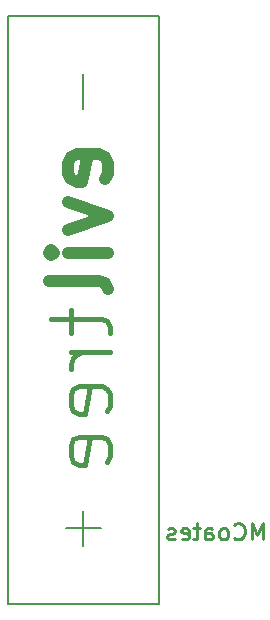
<source format=gbo>
G04 #@! TF.FileFunction,Legend,Bot*
%FSLAX46Y46*%
G04 Gerber Fmt 4.6, Leading zero omitted, Abs format (unit mm)*
G04 Created by KiCad (PCBNEW 4.0.2+e4-6225~38~ubuntu14.04.1-stable) date Wed 02 Nov 2016 10:45:12 GMT*
%MOMM*%
G01*
G04 APERTURE LIST*
%ADD10C,0.100000*%
%ADD11C,0.400000*%
%ADD12C,1.000000*%
%ADD13C,0.250000*%
%ADD14C,0.200000*%
%ADD15C,2.000000*%
%ADD16C,1.600000*%
%ADD17C,1.000000*%
G04 APERTURE END LIST*
D10*
D11*
X128928571Y-110014286D02*
X128928571Y-111919048D01*
X127261905Y-110728572D02*
X131547619Y-110728572D01*
X132023810Y-110966667D01*
X132261905Y-111442858D01*
X132261905Y-111919048D01*
X132261905Y-113585715D02*
X128928571Y-113585715D01*
X129880952Y-113585715D02*
X129404762Y-113823810D01*
X129166667Y-114061906D01*
X128928571Y-114538096D01*
X128928571Y-115014287D01*
X132023810Y-118585715D02*
X132261905Y-118109525D01*
X132261905Y-117157144D01*
X132023810Y-116680953D01*
X131547619Y-116442858D01*
X129642857Y-116442858D01*
X129166667Y-116680953D01*
X128928571Y-117157144D01*
X128928571Y-118109525D01*
X129166667Y-118585715D01*
X129642857Y-118823810D01*
X130119048Y-118823810D01*
X130595238Y-116442858D01*
X132023810Y-122871429D02*
X132261905Y-122395239D01*
X132261905Y-121442858D01*
X132023810Y-120966667D01*
X131547619Y-120728572D01*
X129642857Y-120728572D01*
X129166667Y-120966667D01*
X128928571Y-121442858D01*
X128928571Y-122395239D01*
X129166667Y-122871429D01*
X129642857Y-123109524D01*
X130119048Y-123109524D01*
X130595238Y-120728572D01*
D12*
X131823810Y-98947619D02*
X132061905Y-98471429D01*
X132061905Y-97519048D01*
X131823810Y-97042857D01*
X131347619Y-96804762D01*
X129442857Y-96804762D01*
X128966667Y-97042857D01*
X128728571Y-97519048D01*
X128728571Y-98471429D01*
X128966667Y-98947619D01*
X129442857Y-99185714D01*
X129919048Y-99185714D01*
X130395238Y-96804762D01*
X128728571Y-100852381D02*
X132061905Y-102042857D01*
X128728571Y-103233333D01*
X132061905Y-105138095D02*
X128728571Y-105138095D01*
X127061905Y-105138095D02*
X127300000Y-104900000D01*
X127538095Y-105138095D01*
X127300000Y-105376190D01*
X127061905Y-105138095D01*
X127538095Y-105138095D01*
X132061905Y-108233333D02*
X131823810Y-107757142D01*
X131347619Y-107519047D01*
X127061905Y-107519047D01*
D13*
X145200000Y-129433333D02*
X145200000Y-128033333D01*
X144733333Y-129033333D01*
X144266666Y-128033333D01*
X144266666Y-129433333D01*
X142800000Y-129300000D02*
X142866666Y-129366667D01*
X143066666Y-129433333D01*
X143200000Y-129433333D01*
X143400000Y-129366667D01*
X143533333Y-129233333D01*
X143600000Y-129100000D01*
X143666666Y-128833333D01*
X143666666Y-128633333D01*
X143600000Y-128366667D01*
X143533333Y-128233333D01*
X143400000Y-128100000D01*
X143200000Y-128033333D01*
X143066666Y-128033333D01*
X142866666Y-128100000D01*
X142800000Y-128166667D01*
X142000000Y-129433333D02*
X142133333Y-129366667D01*
X142200000Y-129300000D01*
X142266666Y-129166667D01*
X142266666Y-128766667D01*
X142200000Y-128633333D01*
X142133333Y-128566667D01*
X142000000Y-128500000D01*
X141800000Y-128500000D01*
X141666666Y-128566667D01*
X141600000Y-128633333D01*
X141533333Y-128766667D01*
X141533333Y-129166667D01*
X141600000Y-129300000D01*
X141666666Y-129366667D01*
X141800000Y-129433333D01*
X142000000Y-129433333D01*
X140333333Y-129433333D02*
X140333333Y-128700000D01*
X140399999Y-128566667D01*
X140533333Y-128500000D01*
X140799999Y-128500000D01*
X140933333Y-128566667D01*
X140333333Y-129366667D02*
X140466666Y-129433333D01*
X140799999Y-129433333D01*
X140933333Y-129366667D01*
X140999999Y-129233333D01*
X140999999Y-129100000D01*
X140933333Y-128966667D01*
X140799999Y-128900000D01*
X140466666Y-128900000D01*
X140333333Y-128833333D01*
X139866666Y-128500000D02*
X139333332Y-128500000D01*
X139666666Y-128033333D02*
X139666666Y-129233333D01*
X139599999Y-129366667D01*
X139466666Y-129433333D01*
X139333332Y-129433333D01*
X138333332Y-129366667D02*
X138466666Y-129433333D01*
X138733332Y-129433333D01*
X138866666Y-129366667D01*
X138933332Y-129233333D01*
X138933332Y-128700000D01*
X138866666Y-128566667D01*
X138733332Y-128500000D01*
X138466666Y-128500000D01*
X138333332Y-128566667D01*
X138266666Y-128700000D01*
X138266666Y-128833333D01*
X138933332Y-128966667D01*
X137733332Y-129366667D02*
X137599999Y-129433333D01*
X137333332Y-129433333D01*
X137199999Y-129366667D01*
X137133332Y-129233333D01*
X137133332Y-129166667D01*
X137199999Y-129033333D01*
X137333332Y-128966667D01*
X137533332Y-128966667D01*
X137666666Y-128900000D01*
X137733332Y-128766667D01*
X137733332Y-128700000D01*
X137666666Y-128566667D01*
X137533332Y-128500000D01*
X137333332Y-128500000D01*
X137199999Y-128566667D01*
D14*
X123600000Y-85100000D02*
X123600000Y-134900000D01*
X123600000Y-134900000D02*
X136400000Y-134900000D01*
X136400000Y-134900000D02*
X136400000Y-85100000D01*
X136400000Y-85100000D02*
X123600000Y-85100000D01*
X130000000Y-90000000D02*
X130000000Y-93000000D01*
X130000000Y-130000000D02*
X130000000Y-127000000D01*
X128500000Y-128500000D02*
X131500000Y-128500000D01*
%LPC*%
D15*
X120800000Y-107200000D03*
X120800000Y-109740000D03*
X120800000Y-112280000D03*
X120800000Y-114820000D03*
X118260000Y-114820000D03*
X118260000Y-112280000D03*
X118260000Y-109740000D03*
X118260000Y-107200000D03*
X112750000Y-128750000D03*
X117250000Y-128750000D03*
X117250000Y-122250000D03*
X112750000Y-122250000D03*
X130000000Y-87650000D03*
X130000000Y-132350000D03*
D16*
X121000000Y-124500000D03*
X121000000Y-126500000D03*
X121000000Y-122500000D03*
D15*
X121000000Y-120400000D03*
X121000000Y-128600000D03*
D12*
X144601367Y-124511998D02*
X144824905Y-124400058D01*
X146593895Y-128490984D02*
X146817433Y-128379044D01*
X146120100Y-121570642D02*
X146924838Y-121167658D01*
X149858888Y-129036830D02*
X150663626Y-128633846D01*
D17*
X138505000Y-115540000D03*
X139521000Y-110460000D03*
X137489000Y-110460000D03*
M02*

</source>
